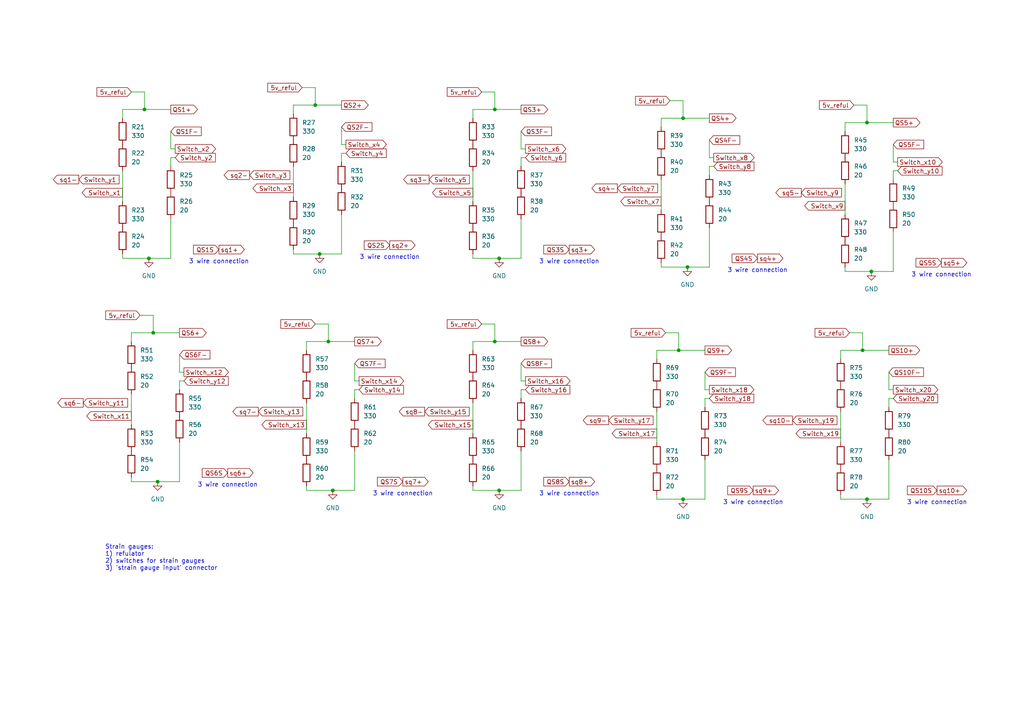
<source format=kicad_sch>
(kicad_sch (version 20231120) (generator "eeschema") (generator_version "8.0")
  (paper "A4")
  (lib_symbols
    (symbol "Device:R" (pin_numbers hide) (pin_names (offset 0))
      (property "Reference" "R" (at 2.032 0 90))
      (property "Value" "R" (at 0 0 90))
      (symbol "R_0_1"
        (rectangle (start -1.016 -2.54) (end 1.016 2.54) (stroke (width 0.254)))
      )
      (symbol "R_1_1"
        (pin passive line (at 0 3.81 270) (length 1.27) (name "~") (number "1"))
        (pin passive line (at 0 -3.81 90) (length 1.27) (name "~") (number "2"))
      )
    )
    (symbol "power:GND" (power) (pin_numbers hide) (pin_names (offset 0) hide)
      (property "Value" "GND" (at 0 -3.81 0))
      (symbol "GND_0_1"
        (polyline (pts (xy 0 0) (xy 0 -1.27) (xy 1.27 -1.27) (xy 0 -2.54) (xy -1.27 -1.27) (xy 0 -1.27)))
      )
      (symbol "GND_1_1"
        (pin power_in line (at 0 0 270) (length 0) (name "~") (number "1"))
      )
    )
  )
  (junction (at 144.78 74.93))
  (junction (at 251.46 144.78))
  (junction (at 143.51 31.75))
  (junction (at 196.85 101.6))
  (junction (at 92.71 73.66))
  (junction (at 43.18 74.93))
  (junction (at 143.51 99.06))
  (junction (at 250.19 101.6))
  (junction (at 41.91 31.75))
  (junction (at 199.39 77.47))
  (junction (at 95.25 99.06))
  (junction (at 144.78 142.24))
  (junction (at 91.44 30.48))
  (junction (at 96.52 142.24))
  (junction (at 44.45 96.52))
  (junction (at 198.12 144.78))
  (junction (at 251.46 35.56))
  (junction (at 252.73 78.74))
  (junction (at 198.12 34.29))
  (junction (at 45.72 139.7))
  (wire (pts (xy 95.25 93.98) (xy 95.25 99.06)))
  (wire (pts (xy 204.47 115.57) (xy 204.47 118.11)))
  (wire (pts (xy 52.07 128.27) (xy 52.07 139.7)))
  (wire (pts (xy 96.52 142.24) (xy 102.87 142.24)))
  (wire (pts (xy 45.72 139.7) (xy 52.07 139.7)))
  (wire (pts (xy 198.12 34.29) (xy 205.74 34.29)))
  (wire (pts (xy 85.09 30.48) (xy 91.44 30.48)))
  (wire (pts (xy 198.12 144.78) (xy 190.5 144.78)))
  (wire (pts (xy 91.44 30.48) (xy 99.06 30.48)))
  (wire (pts (xy 151.13 45.72) (xy 152.4 45.72)))
  (wire (pts (xy 35.56 34.29) (xy 35.56 31.75)))
  (wire (pts (xy 257.81 133.35) (xy 257.81 144.78)))
  (wire (pts (xy 151.13 113.03) (xy 151.13 115.57)))
  (wire (pts (xy 245.11 78.74) (xy 245.11 77.47)))
  (wire (pts (xy 41.91 31.75) (xy 49.53 31.75)))
  (wire (pts (xy 43.18 74.93) (xy 49.53 74.93)))
  (wire (pts (xy 191.77 77.47) (xy 191.77 76.2)))
  (wire (pts (xy 151.13 113.03) (xy 152.4 113.03)))
  (wire (pts (xy 251.46 30.48) (xy 251.46 35.56)))
  (wire (pts (xy 95.25 99.06) (xy 102.87 99.06)))
  (wire (pts (xy 137.16 142.24) (xy 137.16 140.97)))
  (wire (pts (xy 190.5 119.38) (xy 190.5 128.27)))
  (wire (pts (xy 245.11 35.56) (xy 251.46 35.56)))
  (wire (pts (xy 259.08 49.53) (xy 259.08 52.07)))
  (wire (pts (xy 35.56 31.75) (xy 41.91 31.75)))
  (wire (pts (xy 38.1 114.3) (xy 38.1 123.19)))
  (wire (pts (xy 198.12 29.21) (xy 198.12 34.29)))
  (wire (pts (xy 96.52 142.24) (xy 88.9 142.24)))
  (wire (pts (xy 143.51 93.98) (xy 143.51 99.06)))
  (wire (pts (xy 243.84 144.78) (xy 243.84 143.51)))
  (wire (pts (xy 41.91 26.67) (xy 41.91 31.75)))
  (wire (pts (xy 245.11 53.34) (xy 245.11 62.23)))
  (wire (pts (xy 196.85 101.6) (xy 204.47 101.6)))
  (wire (pts (xy 193.04 96.52) (xy 196.85 96.52)))
  (wire (pts (xy 243.84 119.38) (xy 243.84 128.27)))
  (wire (pts (xy 49.53 43.18) (xy 50.8 43.18)))
  (wire (pts (xy 191.77 36.83) (xy 191.77 34.29)))
  (wire (pts (xy 205.74 45.72) (xy 207.01 45.72)))
  (wire (pts (xy 35.56 49.53) (xy 35.56 58.42)))
  (wire (pts (xy 139.7 26.67) (xy 143.51 26.67)))
  (wire (pts (xy 49.53 45.72) (xy 50.8 45.72)))
  (wire (pts (xy 49.53 38.1) (xy 49.53 43.18)))
  (wire (pts (xy 144.78 142.24) (xy 137.16 142.24)))
  (wire (pts (xy 204.47 113.03) (xy 205.74 113.03)))
  (wire (pts (xy 190.5 104.14) (xy 190.5 101.6)))
  (wire (pts (xy 151.13 63.5) (xy 151.13 74.93)))
  (wire (pts (xy 144.78 74.93) (xy 137.16 74.93)))
  (wire (pts (xy 204.47 107.95) (xy 204.47 113.03)))
  (wire (pts (xy 257.81 115.57) (xy 259.08 115.57)))
  (wire (pts (xy 151.13 105.41) (xy 151.13 110.49)))
  (wire (pts (xy 44.45 91.44) (xy 44.45 96.52)))
  (wire (pts (xy 251.46 144.78) (xy 243.84 144.78)))
  (wire (pts (xy 151.13 110.49) (xy 152.4 110.49)))
  (wire (pts (xy 49.53 63.5) (xy 49.53 74.93)))
  (wire (pts (xy 52.07 110.49) (xy 53.34 110.49)))
  (wire (pts (xy 45.72 139.7) (xy 38.1 139.7)))
  (wire (pts (xy 251.46 144.78) (xy 257.81 144.78)))
  (wire (pts (xy 259.08 67.31) (xy 259.08 78.74)))
  (wire (pts (xy 137.16 116.84) (xy 137.16 125.73)))
  (wire (pts (xy 99.06 62.23) (xy 99.06 73.66)))
  (wire (pts (xy 205.74 40.64) (xy 205.74 45.72)))
  (wire (pts (xy 52.07 107.95) (xy 53.34 107.95)))
  (wire (pts (xy 91.44 25.4) (xy 91.44 30.48)))
  (wire (pts (xy 151.13 45.72) (xy 151.13 48.26)))
  (wire (pts (xy 205.74 48.26) (xy 207.01 48.26)))
  (wire (pts (xy 87.63 25.4) (xy 91.44 25.4)))
  (wire (pts (xy 99.06 44.45) (xy 99.06 46.99)))
  (wire (pts (xy 137.16 74.93) (xy 137.16 73.66)))
  (wire (pts (xy 204.47 133.35) (xy 204.47 144.78)))
  (wire (pts (xy 85.09 33.02) (xy 85.09 30.48)))
  (wire (pts (xy 88.9 142.24) (xy 88.9 140.97)))
  (wire (pts (xy 143.51 31.75) (xy 151.13 31.75)))
  (wire (pts (xy 102.87 113.03) (xy 102.87 115.57)))
  (wire (pts (xy 99.06 41.91) (xy 100.33 41.91)))
  (wire (pts (xy 198.12 144.78) (xy 204.47 144.78)))
  (wire (pts (xy 92.71 73.66) (xy 99.06 73.66)))
  (wire (pts (xy 151.13 43.18) (xy 152.4 43.18)))
  (wire (pts (xy 49.53 45.72) (xy 49.53 48.26)))
  (wire (pts (xy 199.39 77.47) (xy 191.77 77.47)))
  (wire (pts (xy 257.81 107.95) (xy 257.81 113.03)))
  (wire (pts (xy 102.87 110.49) (xy 104.14 110.49)))
  (wire (pts (xy 252.73 78.74) (xy 259.08 78.74)))
  (wire (pts (xy 44.45 96.52) (xy 52.07 96.52)))
  (wire (pts (xy 144.78 74.93) (xy 151.13 74.93)))
  (wire (pts (xy 257.81 113.03) (xy 259.08 113.03)))
  (wire (pts (xy 99.06 44.45) (xy 100.33 44.45)))
  (wire (pts (xy 52.07 110.49) (xy 52.07 113.03)))
  (wire (pts (xy 243.84 101.6) (xy 250.19 101.6)))
  (wire (pts (xy 91.44 93.98) (xy 95.25 93.98)))
  (wire (pts (xy 205.74 66.04) (xy 205.74 77.47)))
  (wire (pts (xy 85.09 48.26) (xy 85.09 57.15)))
  (wire (pts (xy 190.5 101.6) (xy 196.85 101.6)))
  (wire (pts (xy 243.84 104.14) (xy 243.84 101.6)))
  (wire (pts (xy 151.13 130.81) (xy 151.13 142.24)))
  (wire (pts (xy 247.65 30.48) (xy 251.46 30.48)))
  (wire (pts (xy 257.81 115.57) (xy 257.81 118.11)))
  (wire (pts (xy 151.13 38.1) (xy 151.13 43.18)))
  (wire (pts (xy 52.07 102.87) (xy 52.07 107.95)))
  (wire (pts (xy 252.73 78.74) (xy 245.11 78.74)))
  (wire (pts (xy 38.1 139.7) (xy 38.1 138.43)))
  (wire (pts (xy 143.51 26.67) (xy 143.51 31.75)))
  (wire (pts (xy 88.9 116.84) (xy 88.9 125.73)))
  (wire (pts (xy 199.39 77.47) (xy 205.74 77.47)))
  (wire (pts (xy 204.47 115.57) (xy 205.74 115.57)))
  (wire (pts (xy 102.87 130.81) (xy 102.87 142.24)))
  (wire (pts (xy 205.74 48.26) (xy 205.74 50.8)))
  (wire (pts (xy 194.31 29.21) (xy 198.12 29.21)))
  (wire (pts (xy 250.19 101.6) (xy 257.81 101.6)))
  (wire (pts (xy 35.56 74.93) (xy 35.56 73.66)))
  (wire (pts (xy 251.46 35.56) (xy 259.08 35.56)))
  (wire (pts (xy 137.16 31.75) (xy 143.51 31.75)))
  (wire (pts (xy 190.5 144.78) (xy 190.5 143.51)))
  (wire (pts (xy 143.51 99.06) (xy 151.13 99.06)))
  (wire (pts (xy 259.08 49.53) (xy 260.35 49.53)))
  (wire (pts (xy 43.18 74.93) (xy 35.56 74.93)))
  (wire (pts (xy 137.16 99.06) (xy 143.51 99.06)))
  (wire (pts (xy 92.71 73.66) (xy 85.09 73.66)))
  (wire (pts (xy 196.85 96.52) (xy 196.85 101.6)))
  (wire (pts (xy 139.7 93.98) (xy 143.51 93.98)))
  (wire (pts (xy 38.1 96.52) (xy 44.45 96.52)))
  (wire (pts (xy 191.77 52.07) (xy 191.77 60.96)))
  (wire (pts (xy 259.08 46.99) (xy 260.35 46.99)))
  (wire (pts (xy 246.38 96.52) (xy 250.19 96.52)))
  (wire (pts (xy 38.1 99.06) (xy 38.1 96.52)))
  (wire (pts (xy 102.87 113.03) (xy 104.14 113.03)))
  (wire (pts (xy 137.16 49.53) (xy 137.16 58.42)))
  (wire (pts (xy 38.1 26.67) (xy 41.91 26.67)))
  (wire (pts (xy 85.09 73.66) (xy 85.09 72.39)))
  (wire (pts (xy 88.9 99.06) (xy 95.25 99.06)))
  (wire (pts (xy 259.08 41.91) (xy 259.08 46.99)))
  (wire (pts (xy 250.19 96.52) (xy 250.19 101.6)))
  (wire (pts (xy 88.9 101.6) (xy 88.9 99.06)))
  (wire (pts (xy 137.16 34.29) (xy 137.16 31.75)))
  (wire (pts (xy 99.06 36.83) (xy 99.06 41.91)))
  (wire (pts (xy 144.78 142.24) (xy 151.13 142.24)))
  (wire (pts (xy 137.16 101.6) (xy 137.16 99.06)))
  (wire (pts (xy 245.11 38.1) (xy 245.11 35.56)))
  (wire (pts (xy 102.87 105.41) (xy 102.87 110.49)))
  (wire (pts (xy 191.77 34.29) (xy 198.12 34.29)))
  (wire (pts (xy 40.64 91.44) (xy 44.45 91.44)))
  (text "3 wire connection" (at 271.78 145.796 0) (effects (font (size 1.27 1.27))))
  (text "3 wire connection" (at 273.05 79.756 0) (effects (font (size 1.27 1.27))))
  (text "3 wire connection" (at 218.44 145.796 0) (effects (font (size 1.27 1.27))))
  (text "3 wire connection" (at 66.04 140.716 0) (effects (font (size 1.27 1.27))))
  (text "3 wire connection" (at 165.1 143.256 0) (effects (font (size 1.27 1.27))))
  (text "3 wire connection" (at 219.71 78.486 0) (effects (font (size 1.27 1.27))))
  (text "3 wire connection" (at 113.03 74.676 0) (effects (font (size 1.27 1.27))))
  (text "3 wire connection" (at 165.1 75.946 0) (effects (font (size 1.27 1.27))))
  (text "Strain gauges:\n1) refulator\n2) switches for strain gauges\n3) 'strain gauge input' connector" (at 30.48 161.798 0) (effects (font (size 1.27 1.27)) (justify left)))
  (text "3 wire connection" (at 63.5 75.946 0) (effects (font (size 1.27 1.27))))
  (text "3 wire connection" (at 116.84 143.256 0) (effects (font (size 1.27 1.27))))
  (global_label "sq1+" (shape output) (at 63.5 72.39 0) (property "Intersheetrefs" "${INTERSHEET_REFS}" (effects (hide yes))))
  (global_label "Switch_y16" (shape input) (at 152.4 113.03 0) (property "Intersheetrefs" "${INTERSHEET_REFS}" (effects (hide yes))))
  (global_label "sq8-" (shape output) (at 123.19 119.38 180) (property "Intersheetrefs" "${INTERSHEET_REFS}" (effects (hide yes))))
  (global_label "5v_reful" (shape input) (at 139.7 93.98 180) (property "Intersheetrefs" "${INTERSHEET_REFS}" (effects (hide yes))))
  (global_label "Switch_y13" (shape input) (at 74.93 119.38 0) (property "Intersheetrefs" "${INTERSHEET_REFS}" (effects (hide yes))))
  (global_label "Switch_y20" (shape input) (at 259.08 115.57 0) (property "Intersheetrefs" "${INTERSHEET_REFS}" (effects (hide yes))))
  (global_label "sq5+" (shape output) (at 273.05 76.2 0) (property "Intersheetrefs" "${INTERSHEET_REFS}" (effects (hide yes))))
  (global_label "QS5S" (shape input) (at 273.05 76.2 180) (property "Intersheetrefs" "${INTERSHEET_REFS}" (effects (hide yes))))
  (global_label "5v_reful" (shape input) (at 246.38 96.52 180) (property "Intersheetrefs" "${INTERSHEET_REFS}" (effects (hide yes))))
  (global_label "Switch_x6" (shape output) (at 152.4 43.18 0) (property "Intersheetrefs" "${INTERSHEET_REFS}" (effects (hide yes))))
  (global_label "QS8S" (shape input) (at 165.1 139.7 180) (property "Intersheetrefs" "${INTERSHEET_REFS}" (effects (hide yes))))
  (global_label "Switch_x12" (shape output) (at 53.34 107.95 0) (property "Intersheetrefs" "${INTERSHEET_REFS}" (effects (hide yes))))
  (global_label "5v_reful" (shape input) (at 40.64 91.44 180) (property "Intersheetrefs" "${INTERSHEET_REFS}" (effects (hide yes))))
  (global_label "Switch_x20" (shape output) (at 259.08 113.03 0) (property "Intersheetrefs" "${INTERSHEET_REFS}" (effects (hide yes))))
  (global_label "QS4F-" (shape input) (at 205.74 40.64 0) (property "Intersheetrefs" "${INTERSHEET_REFS}" (effects (hide yes))))
  (global_label "Switch_x5" (shape output) (at 137.16 55.88 180) (property "Intersheetrefs" "${INTERSHEET_REFS}" (effects (hide yes))))
  (global_label "sq3-" (shape output) (at 124.46 52.07 180) (property "Intersheetrefs" "${INTERSHEET_REFS}" (effects (hide yes))))
  (global_label "5v_reful" (shape input) (at 247.65 30.48 180) (property "Intersheetrefs" "${INTERSHEET_REFS}" (effects (hide yes))))
  (global_label "Switch_x9" (shape output) (at 245.11 59.69 180) (property "Intersheetrefs" "${INTERSHEET_REFS}" (effects (hide yes))))
  (global_label "Switch_y9" (shape input) (at 232.41 55.88 0) (property "Intersheetrefs" "${INTERSHEET_REFS}" (effects (hide yes))))
  (global_label "QS6S" (shape input) (at 66.04 137.16 180) (property "Intersheetrefs" "${INTERSHEET_REFS}" (effects (hide yes))))
  (global_label "Switch_x2" (shape output) (at 50.8 43.18 0) (property "Intersheetrefs" "${INTERSHEET_REFS}" (effects (hide yes))))
  (global_label "QS9F-" (shape input) (at 204.47 107.95 0) (property "Intersheetrefs" "${INTERSHEET_REFS}" (effects (hide yes))))
  (global_label "Switch_x15" (shape output) (at 137.16 123.19 180) (property "Intersheetrefs" "${INTERSHEET_REFS}" (effects (hide yes))))
  (global_label "Switch_y1" (shape input) (at 22.86 52.07 0) (property "Intersheetrefs" "${INTERSHEET_REFS}" (effects (hide yes))))
  (global_label "Switch_x10" (shape output) (at 260.35 46.99 0) (property "Intersheetrefs" "${INTERSHEET_REFS}" (effects (hide yes))))
  (global_label "Switch_x13" (shape output) (at 88.9 123.19 180) (property "Intersheetrefs" "${INTERSHEET_REFS}" (effects (hide yes))))
  (global_label "Switch_y10" (shape input) (at 260.35 49.53 0) (property "Intersheetrefs" "${INTERSHEET_REFS}" (effects (hide yes))))
  (global_label "Switch_y3" (shape input) (at 72.39 50.8 0) (property "Intersheetrefs" "${INTERSHEET_REFS}" (effects (hide yes))))
  (global_label "QS10+" (shape output) (at 257.81 101.6 0) (property "Intersheetrefs" "${INTERSHEET_REFS}" (effects (hide yes))))
  (global_label "Switch_y5" (shape input) (at 124.46 52.07 0) (property "Intersheetrefs" "${INTERSHEET_REFS}" (effects (hide yes))))
  (global_label "Switch_x7" (shape output) (at 191.77 58.42 180) (property "Intersheetrefs" "${INTERSHEET_REFS}" (effects (hide yes))))
  (global_label "QS10F-" (shape input) (at 257.81 107.95 0) (property "Intersheetrefs" "${INTERSHEET_REFS}" (effects (hide yes))))
  (global_label "5v_reful" (shape input) (at 38.1 26.67 180) (property "Intersheetrefs" "${INTERSHEET_REFS}" (effects (hide yes))))
  (global_label "5v_reful" (shape input) (at 91.44 93.98 180) (property "Intersheetrefs" "${INTERSHEET_REFS}" (effects (hide yes))))
  (global_label "Switch_x8" (shape output) (at 207.01 45.72 0) (property "Intersheetrefs" "${INTERSHEET_REFS}" (effects (hide yes))))
  (global_label "5v_reful" (shape input) (at 193.04 96.52 180) (property "Intersheetrefs" "${INTERSHEET_REFS}" (effects (hide yes))))
  (global_label "Switch_y18" (shape input) (at 205.74 115.57 0) (property "Intersheetrefs" "${INTERSHEET_REFS}" (effects (hide yes))))
  (global_label "QS3F-" (shape input) (at 151.13 38.1 0) (property "Intersheetrefs" "${INTERSHEET_REFS}" (effects (hide yes))))
  (global_label "Switch_y4" (shape input) (at 100.33 44.45 0) (property "Intersheetrefs" "${INTERSHEET_REFS}" (effects (hide yes))))
  (global_label "Switch_x14" (shape output) (at 104.14 110.49 0) (property "Intersheetrefs" "${INTERSHEET_REFS}" (effects (hide yes))))
  (global_label "Switch_x18" (shape output) (at 205.74 113.03 0) (property "Intersheetrefs" "${INTERSHEET_REFS}" (effects (hide yes))))
  (global_label "QS2S" (shape input) (at 113.03 71.12 180) (property "Intersheetrefs" "${INTERSHEET_REFS}" (effects (hide yes))))
  (global_label "QS8F-" (shape input) (at 151.13 105.41 0) (property "Intersheetrefs" "${INTERSHEET_REFS}" (effects (hide yes))))
  (global_label "QS2F-" (shape input) (at 99.06 36.83 0) (property "Intersheetrefs" "${INTERSHEET_REFS}" (effects (hide yes))))
  (global_label "Switch_y15" (shape input) (at 123.19 119.38 0) (property "Intersheetrefs" "${INTERSHEET_REFS}" (effects (hide yes))))
  (global_label "5v_reful" (shape input) (at 194.31 29.21 180) (property "Intersheetrefs" "${INTERSHEET_REFS}" (effects (hide yes))))
  (global_label "QS3+" (shape output) (at 151.13 31.75 0) (property "Intersheetrefs" "${INTERSHEET_REFS}" (effects (hide yes))))
  (global_label "5v_reful" (shape input) (at 139.7 26.67 180) (property "Intersheetrefs" "${INTERSHEET_REFS}" (effects (hide yes))))
  (global_label "sq6+" (shape output) (at 66.04 137.16 0) (property "Intersheetrefs" "${INTERSHEET_REFS}" (effects (hide yes))))
  (global_label "Switch_x19" (shape output) (at 243.84 125.73 180) (property "Intersheetrefs" "${INTERSHEET_REFS}" (effects (hide yes))))
  (global_label "QS8+" (shape output) (at 151.13 99.06 0) (property "Intersheetrefs" "${INTERSHEET_REFS}" (effects (hide yes))))
  (global_label "sq7+" (shape output) (at 116.84 139.7 0) (property "Intersheetrefs" "${INTERSHEET_REFS}" (effects (hide yes))))
  (global_label "Switch_x11" (shape output) (at 38.1 120.65 180) (property "Intersheetrefs" "${INTERSHEET_REFS}" (effects (hide yes))))
  (global_label "sq9-" (shape output) (at 176.53 121.92 180) (property "Intersheetrefs" "${INTERSHEET_REFS}" (effects (hide yes))))
  (global_label "sq4-" (shape output) (at 179.07 54.61 180) (property "Intersheetrefs" "${INTERSHEET_REFS}" (effects (hide yes))))
  (global_label "QS1+" (shape output) (at 49.53 31.75 0) (property "Intersheetrefs" "${INTERSHEET_REFS}" (effects (hide yes))))
  (global_label "QS10S" (shape input) (at 271.78 142.24 180) (property "Intersheetrefs" "${INTERSHEET_REFS}" (effects (hide yes))))
  (global_label "Switch_y19" (shape input) (at 229.87 121.92 0) (property "Intersheetrefs" "${INTERSHEET_REFS}" (effects (hide yes))))
  (global_label "sq2-" (shape output) (at 72.39 50.8 180) (property "Intersheetrefs" "${INTERSHEET_REFS}" (effects (hide yes))))
  (global_label "5v_reful" (shape input) (at 87.63 25.4 180) (property "Intersheetrefs" "${INTERSHEET_REFS}" (effects (hide yes))))
  (global_label "Switch_x16" (shape output) (at 152.4 110.49 0) (property "Intersheetrefs" "${INTERSHEET_REFS}" (effects (hide yes))))
  (global_label "QS5+" (shape output) (at 259.08 35.56 0) (property "Intersheetrefs" "${INTERSHEET_REFS}" (effects (hide yes))))
  (global_label "Switch_y14" (shape input) (at 104.14 113.03 0) (property "Intersheetrefs" "${INTERSHEET_REFS}" (effects (hide yes))))
  (global_label "sq2+" (shape output) (at 113.03 71.12 0) (property "Intersheetrefs" "${INTERSHEET_REFS}" (effects (hide yes))))
  (global_label "QS4+" (shape output) (at 205.74 34.29 0) (property "Intersheetrefs" "${INTERSHEET_REFS}" (effects (hide yes))))
  (global_label "sq8+" (shape output) (at 165.1 139.7 0) (property "Intersheetrefs" "${INTERSHEET_REFS}" (effects (hide yes))))
  (global_label "sq3+" (shape output) (at 165.1 72.39 0) (property "Intersheetrefs" "${INTERSHEET_REFS}" (effects (hide yes))))
  (global_label "QS5F-" (shape input) (at 259.08 41.91 0) (property "Intersheetrefs" "${INTERSHEET_REFS}" (effects (hide yes))))
  (global_label "QS9S" (shape input) (at 218.44 142.24 180) (property "Intersheetrefs" "${INTERSHEET_REFS}" (effects (hide yes))))
  (global_label "QS1F-" (shape input) (at 49.53 38.1 0) (property "Intersheetrefs" "${INTERSHEET_REFS}" (effects (hide yes))))
  (global_label "QS7+" (shape output) (at 102.87 99.06 0) (property "Intersheetrefs" "${INTERSHEET_REFS}" (effects (hide yes))))
  (global_label "Switch_y11" (shape input) (at 24.13 116.84 0) (property "Intersheetrefs" "${INTERSHEET_REFS}" (effects (hide yes))))
  (global_label "QS9+" (shape output) (at 204.47 101.6 0) (property "Intersheetrefs" "${INTERSHEET_REFS}" (effects (hide yes))))
  (global_label "sq4+" (shape output) (at 219.71 74.93 0) (property "Intersheetrefs" "${INTERSHEET_REFS}" (effects (hide yes))))
  (global_label "Switch_y17" (shape input) (at 176.53 121.92 0) (property "Intersheetrefs" "${INTERSHEET_REFS}" (effects (hide yes))))
  (global_label "Switch_y7" (shape input) (at 179.07 54.61 0) (property "Intersheetrefs" "${INTERSHEET_REFS}" (effects (hide yes))))
  (global_label "QS1S" (shape input) (at 63.5 72.39 180) (property "Intersheetrefs" "${INTERSHEET_REFS}" (effects (hide yes))))
  (global_label "Switch_y2" (shape input) (at 50.8 45.72 0) (property "Intersheetrefs" "${INTERSHEET_REFS}" (effects (hide yes))))
  (global_label "QS6F-" (shape input) (at 52.07 102.87 0) (property "Intersheetrefs" "${INTERSHEET_REFS}" (effects (hide yes))))
  (global_label "sq7-" (shape output) (at 74.93 119.38 180) (property "Intersheetrefs" "${INTERSHEET_REFS}" (effects (hide yes))))
  (global_label "sq10-" (shape output) (at 229.87 121.92 180) (property "Intersheetrefs" "${INTERSHEET_REFS}" (effects (hide yes))))
  (global_label "QS2+" (shape output) (at 99.06 30.48 0) (property "Intersheetrefs" "${INTERSHEET_REFS}" (effects (hide yes))))
  (global_label "Switch_x3" (shape output) (at 85.09 54.61 180) (property "Intersheetrefs" "${INTERSHEET_REFS}" (effects (hide yes))))
  (global_label "QS3S" (shape input) (at 165.1 72.39 180) (property "Intersheetrefs" "${INTERSHEET_REFS}" (effects (hide yes))))
  (global_label "Switch_y6" (shape input) (at 152.4 45.72 0) (property "Intersheetrefs" "${INTERSHEET_REFS}" (effects (hide yes))))
  (global_label "sq5-" (shape output) (at 232.41 55.88 180) (property "Intersheetrefs" "${INTERSHEET_REFS}" (effects (hide yes))))
  (global_label "QS4S" (shape input) (at 219.71 74.93 180) (property "Intersheetrefs" "${INTERSHEET_REFS}" (effects (hide yes))))
  (global_label "sq6-" (shape output) (at 24.13 116.84 180) (property "Intersheetrefs" "${INTERSHEET_REFS}" (effects (hide yes))))
  (global_label "QS6+" (shape output) (at 52.07 96.52 0) (property "Intersheetrefs" "${INTERSHEET_REFS}" (effects (hide yes))))
  (global_label "sq10+" (shape output) (at 271.78 142.24 0) (property "Intersheetrefs" "${INTERSHEET_REFS}" (effects (hide yes))))
  (global_label "Switch_x1" (shape output) (at 35.56 55.88 180) (property "Intersheetrefs" "${INTERSHEET_REFS}" (effects (hide yes))))
  (global_label "QS7S" (shape input) (at 116.84 139.7 180) (property "Intersheetrefs" "${INTERSHEET_REFS}" (effects (hide yes))))
  (global_label "Switch_x17" (shape output) (at 190.5 125.73 180) (property "Intersheetrefs" "${INTERSHEET_REFS}" (effects (hide yes))))
  (global_label "sq9+" (shape output) (at 218.44 142.24 0) (property "Intersheetrefs" "${INTERSHEET_REFS}" (effects (hide yes))))
  (global_label "QS7F-" (shape input) (at 102.87 105.41 0) (property "Intersheetrefs" "${INTERSHEET_REFS}" (effects (hide yes))))
  (global_label "sq1-" (shape output) (at 22.86 52.07 180) (property "Intersheetrefs" "${INTERSHEET_REFS}" (effects (hide yes))))
  (global_label "Switch_x4" (shape output) (at 100.33 41.91 0) (property "Intersheetrefs" "${INTERSHEET_REFS}" (effects (hide yes))))
  (global_label "Switch_y12" (shape input) (at 53.34 110.49 0) (property "Intersheetrefs" "${INTERSHEET_REFS}" (effects (hide yes))))
  (global_label "Switch_y8" (shape input) (at 207.01 48.26 0) (property "Intersheetrefs" "${INTERSHEET_REFS}" (effects (hide yes))))
  (symbol (lib_id "Device:R") (at 151.13 52.07 0) (unit 1)
    (property "Reference" "R37" (at 153.67 50.7999 0) (effects (justify left)))
    (property "Value" "330" (at 153.67 53.3399 0) (effects (justify left)))
    (property "Description" "Resistor" (effects (hide yes)))
  )
  (symbol (lib_id "Device:R") (at 38.1 134.62 0) (unit 1)
    (property "Reference" "R54" (at 40.64 133.3499 0) (effects (justify left)))
    (property "Value" "20" (at 40.64 135.8899 0) (effects (justify left)))
    (property "Description" "Resistor" (effects (hide yes)))
  )
  (symbol (lib_id "Device:R") (at 245.11 66.04 0) (unit 1)
    (property "Reference" "R47" (at 247.65 64.7699 0) (effects (justify left)))
    (property "Value" "330" (at 247.65 67.3099 0) (effects (justify left)))
    (property "Description" "Resistor" (effects (hide yes)))
  )
  (symbol (lib_id "Device:R") (at 204.47 129.54 0) (unit 1)
    (property "Reference" "R74" (at 207.01 128.2699 0) (effects (justify left)))
    (property "Value" "20" (at 207.01 130.8099 0) (effects (justify left)))
    (property "Description" "Resistor" (effects (hide yes)))
  )
  (symbol (lib_id "Device:R") (at 35.56 45.72 0) (unit 1)
    (property "Reference" "R22" (at 38.1 44.4499 0) (effects (justify left)))
    (property "Value" "20" (at 38.1 46.9899 0) (effects (justify left)))
    (property "Description" "Resistor" (effects (hide yes)))
  )
  (symbol (lib_id "Device:R") (at 49.53 59.69 0) (unit 1)
    (property "Reference" "R26" (at 52.07 58.4199 0) (effects (justify left)))
    (property "Value" "20" (at 52.07 60.9599 0) (effects (justify left)))
    (property "Description" "Resistor" (effects (hide yes)))
  )
  (symbol (lib_id "Device:R") (at 88.9 129.54 0) (unit 1)
    (property "Reference" "R59" (at 91.44 128.2699 0) (effects (justify left)))
    (property "Value" "330" (at 91.44 130.8099 0) (effects (justify left)))
    (property "Description" "Resistor" (effects (hide yes)))
  )
  (symbol (lib_id "Device:R") (at 35.56 38.1 0) (unit 1)
    (property "Reference" "R21" (at 38.1 36.8299 0) (effects (justify left)))
    (property "Value" "330" (at 38.1 39.3699 0) (effects (justify left)))
    (property "Description" "Resistor" (effects (hide yes)))
  )
  (symbol (lib_id "power:GND") (at 251.46 144.78 0) (unit 1)
    (property "Reference" "#PWR049" (effects (hide yes)))
    (property "Value" "GND" (at 251.46 149.86 0))
    (property "Description" "Power symbol creates a global label with name \"GND\" , ground" (effects (hide yes)))
  )
  (symbol (lib_id "Device:R") (at 137.16 62.23 0) (unit 1)
    (property "Reference" "R35" (at 139.7 60.9599 0) (effects (justify left)))
    (property "Value" "330" (at 139.7 63.4999 0) (effects (justify left)))
    (property "Description" "Resistor" (effects (hide yes)))
  )
  (symbol (lib_id "Device:R") (at 245.11 73.66 0) (unit 1)
    (property "Reference" "R48" (at 247.65 72.3899 0) (effects (justify left)))
    (property "Value" "20" (at 247.65 74.9299 0) (effects (justify left)))
    (property "Description" "Resistor" (effects (hide yes)))
  )
  (symbol (lib_id "Device:R") (at 257.81 129.54 0) (unit 1)
    (property "Reference" "R80" (at 260.35 128.2699 0) (effects (justify left)))
    (property "Value" "20" (at 260.35 130.8099 0) (effects (justify left)))
    (property "Description" "Resistor" (effects (hide yes)))
  )
  (symbol (lib_id "Device:R") (at 191.77 72.39 0) (unit 1)
    (property "Reference" "R42" (at 194.31 71.1199 0) (effects (justify left)))
    (property "Value" "20" (at 194.31 73.6599 0) (effects (justify left)))
    (property "Description" "Resistor" (effects (hide yes)))
  )
  (symbol (lib_id "power:GND") (at 96.52 142.24 0) (unit 1)
    (property "Reference" "#PWR046" (effects (hide yes)))
    (property "Value" "GND" (at 96.52 147.32 0))
    (property "Description" "Power symbol creates a global label with name \"GND\" , ground" (effects (hide yes)))
  )
  (symbol (lib_id "Device:R") (at 245.11 49.53 0) (unit 1)
    (property "Reference" "R46" (at 247.65 48.2599 0) (effects (justify left)))
    (property "Value" "20" (at 247.65 50.7999 0) (effects (justify left)))
    (property "Description" "Resistor" (effects (hide yes)))
  )
  (symbol (lib_id "power:GND") (at 43.18 74.93 0) (unit 1)
    (property "Reference" "#PWR040" (effects (hide yes)))
    (property "Value" "GND" (at 43.18 80.01 0))
    (property "Description" "Power symbol creates a global label with name \"GND\" , ground" (effects (hide yes)))
  )
  (symbol (lib_id "Device:R") (at 52.07 124.46 0) (unit 1)
    (property "Reference" "R56" (at 54.61 123.1899 0) (effects (justify left)))
    (property "Value" "20" (at 54.61 125.7299 0) (effects (justify left)))
    (property "Description" "Resistor" (effects (hide yes)))
  )
  (symbol (lib_id "Device:R") (at 88.9 105.41 0) (unit 1)
    (property "Reference" "R57" (at 91.44 104.1399 0) (effects (justify left)))
    (property "Value" "330" (at 91.44 106.6799 0) (effects (justify left)))
    (property "Description" "Resistor" (effects (hide yes)))
  )
  (symbol (lib_id "Device:R") (at 85.09 44.45 0) (unit 1)
    (property "Reference" "R28" (at 87.63 43.1799 0) (effects (justify left)))
    (property "Value" "20" (at 87.63 45.7199 0) (effects (justify left)))
    (property "Description" "Resistor" (effects (hide yes)))
  )
  (symbol (lib_id "Device:R") (at 191.77 40.64 0) (unit 1)
    (property "Reference" "R39" (at 194.31 39.3699 0) (effects (justify left)))
    (property "Value" "330" (at 194.31 41.9099 0) (effects (justify left)))
    (property "Description" "Resistor" (effects (hide yes)))
  )
  (symbol (lib_id "Device:R") (at 151.13 127 0) (unit 1)
    (property "Reference" "R68" (at 153.67 125.7299 0) (effects (justify left)))
    (property "Value" "20" (at 153.67 128.2699 0) (effects (justify left)))
    (property "Description" "Resistor" (effects (hide yes)))
  )
  (symbol (lib_id "Device:R") (at 190.5 107.95 0) (unit 1)
    (property "Reference" "R69" (at 193.04 106.6799 0) (effects (justify left)))
    (property "Value" "330" (at 193.04 109.2199 0) (effects (justify left)))
    (property "Description" "Resistor" (effects (hide yes)))
  )
  (symbol (lib_id "power:GND") (at 92.71 73.66 0) (unit 1)
    (property "Reference" "#PWR041" (effects (hide yes)))
    (property "Value" "GND" (at 92.71 78.74 0))
    (property "Description" "Power symbol creates a global label with name \"GND\" , ground" (effects (hide yes)))
  )
  (symbol (lib_id "power:GND") (at 199.39 77.47 0) (unit 1)
    (property "Reference" "#PWR043" (effects (hide yes)))
    (property "Value" "GND" (at 199.39 82.55 0))
    (property "Description" "Power symbol creates a global label with name \"GND\" , ground" (effects (hide yes)))
  )
  (symbol (lib_id "Device:R") (at 243.84 115.57 0) (unit 1)
    (property "Reference" "R76" (at 246.38 114.2999 0) (effects (justify left)))
    (property "Value" "20" (at 246.38 116.8399 0) (effects (justify left)))
    (property "Description" "Resistor" (effects (hide yes)))
  )
  (symbol (lib_id "Device:R") (at 137.16 69.85 0) (unit 1)
    (property "Reference" "R36" (at 139.7 68.5799 0) (effects (justify left)))
    (property "Value" "20" (at 139.7 71.1199 0) (effects (justify left)))
    (property "Description" "Resistor" (effects (hide yes)))
  )
  (symbol (lib_id "Device:R") (at 49.53 52.07 0) (unit 1)
    (property "Reference" "R25" (at 52.07 50.7999 0) (effects (justify left)))
    (property "Value" "330" (at 52.07 53.3399 0) (effects (justify left)))
    (property "Description" "Resistor" (effects (hide yes)))
  )
  (symbol (lib_id "Device:R") (at 137.16 113.03 0) (unit 1)
    (property "Reference" "R64" (at 139.7 111.7599 0) (effects (justify left)))
    (property "Value" "20" (at 139.7 114.2999 0) (effects (justify left)))
    (property "Description" "Resistor" (effects (hide yes)))
  )
  (symbol (lib_id "Device:R") (at 102.87 127 0) (unit 1)
    (property "Reference" "R62" (at 105.41 125.7299 0) (effects (justify left)))
    (property "Value" "20" (at 105.41 128.2699 0) (effects (justify left)))
    (property "Description" "Resistor" (effects (hide yes)))
  )
  (symbol (lib_id "Device:R") (at 204.47 121.92 0) (unit 1)
    (property "Reference" "R73" (at 207.01 120.6499 0) (effects (justify left)))
    (property "Value" "330" (at 207.01 123.1899 0) (effects (justify left)))
    (property "Description" "Resistor" (effects (hide yes)))
  )
  (symbol (lib_id "Device:R") (at 85.09 68.58 0) (unit 1)
    (property "Reference" "R30" (at 87.63 67.3099 0) (effects (justify left)))
    (property "Value" "20" (at 87.63 69.8499 0) (effects (justify left)))
    (property "Description" "Resistor" (effects (hide yes)))
  )
  (symbol (lib_id "Device:R") (at 35.56 62.23 0) (unit 1)
    (property "Reference" "R23" (at 38.1 60.9599 0) (effects (justify left)))
    (property "Value" "330" (at 38.1 63.4999 0) (effects (justify left)))
    (property "Description" "Resistor" (effects (hide yes)))
  )
  (symbol (lib_id "Device:R") (at 191.77 48.26 0) (unit 1)
    (property "Reference" "R40" (at 194.31 46.9899 0) (effects (justify left)))
    (property "Value" "20" (at 194.31 49.5299 0) (effects (justify left)))
    (property "Description" "Resistor" (effects (hide yes)))
  )
  (symbol (lib_id "Device:R") (at 137.16 45.72 0) (unit 1)
    (property "Reference" "R34" (at 139.7 44.4499 0) (effects (justify left)))
    (property "Value" "20" (at 139.7 46.9899 0) (effects (justify left)))
    (property "Description" "Resistor" (effects (hide yes)))
  )
  (symbol (lib_id "Device:R") (at 243.84 107.95 0) (unit 1)
    (property "Reference" "R75" (at 246.38 106.6799 0) (effects (justify left)))
    (property "Value" "330" (at 246.38 109.2199 0) (effects (justify left)))
    (property "Description" "Resistor" (effects (hide yes)))
  )
  (symbol (lib_id "power:GND") (at 198.12 144.78 0) (unit 1)
    (property "Reference" "#PWR048" (effects (hide yes)))
    (property "Value" "GND" (at 198.12 149.86 0))
    (property "Description" "Power symbol creates a global label with name \"GND\" , ground" (effects (hide yes)))
  )
  (symbol (lib_id "Device:R") (at 151.13 59.69 0) (unit 1)
    (property "Reference" "R38" (at 153.67 58.4199 0) (effects (justify left)))
    (property "Value" "20" (at 153.67 60.9599 0) (effects (justify left)))
    (property "Description" "Resistor" (effects (hide yes)))
  )
  (symbol (lib_id "Device:R") (at 137.16 137.16 0) (unit 1)
    (property "Reference" "R66" (at 139.7 135.8899 0) (effects (justify left)))
    (property "Value" "20" (at 139.7 138.4299 0) (effects (justify left)))
    (property "Description" "Resistor" (effects (hide yes)))
  )
  (symbol (lib_id "Device:R") (at 38.1 102.87 0) (unit 1)
    (property "Reference" "R51" (at 40.64 101.5999 0) (effects (justify left)))
    (property "Value" "330" (at 40.64 104.1399 0) (effects (justify left)))
    (property "Description" "Resistor" (effects (hide yes)))
  )
  (symbol (lib_id "Device:R") (at 243.84 132.08 0) (unit 1)
    (property "Reference" "R77" (at 246.38 130.8099 0) (effects (justify left)))
    (property "Value" "330" (at 246.38 133.3499 0) (effects (justify left)))
    (property "Description" "Resistor" (effects (hide yes)))
  )
  (symbol (lib_id "Device:R") (at 190.5 115.57 0) (unit 1)
    (property "Reference" "R70" (at 193.04 114.2999 0) (effects (justify left)))
    (property "Value" "20" (at 193.04 116.8399 0) (effects (justify left)))
    (property "Description" "Resistor" (effects (hide yes)))
  )
  (symbol (lib_id "power:GND") (at 45.72 139.7 0) (unit 1)
    (property "Reference" "#PWR045" (effects (hide yes)))
    (property "Value" "GND" (at 45.72 144.78 0))
    (property "Description" "Power symbol creates a global label with name \"GND\" , ground" (effects (hide yes)))
  )
  (symbol (lib_id "Device:R") (at 85.09 36.83 0) (unit 1)
    (property "Reference" "R27" (at 87.63 35.5599 0) (effects (justify left)))
    (property "Value" "330" (at 87.63 38.0999 0) (effects (justify left)))
    (property "Description" "Resistor" (effects (hide yes)))
  )
  (symbol (lib_id "Device:R") (at 245.11 41.91 0) (unit 1)
    (property "Reference" "R45" (at 247.65 40.6399 0) (effects (justify left)))
    (property "Value" "330" (at 247.65 43.1799 0) (effects (justify left)))
    (property "Description" "Resistor" (effects (hide yes)))
  )
  (symbol (lib_id "Device:R") (at 190.5 139.7 0) (unit 1)
    (property "Reference" "R72" (at 193.04 138.4299 0) (effects (justify left)))
    (property "Value" "20" (at 193.04 140.9699 0) (effects (justify left)))
    (property "Description" "Resistor" (effects (hide yes)))
  )
  (symbol (lib_id "Device:R") (at 190.5 132.08 0) (unit 1)
    (property "Reference" "R71" (at 193.04 130.8099 0) (effects (justify left)))
    (property "Value" "330" (at 193.04 133.3499 0) (effects (justify left)))
    (property "Description" "Resistor" (effects (hide yes)))
  )
  (symbol (lib_id "power:GND") (at 144.78 142.24 0) (unit 1)
    (property "Reference" "#PWR047" (effects (hide yes)))
    (property "Value" "GND" (at 144.78 147.32 0))
    (property "Description" "Power symbol creates a global label with name \"GND\" , ground" (effects (hide yes)))
  )
  (symbol (lib_id "Device:R") (at 137.16 38.1 0) (unit 1)
    (property "Reference" "R33" (at 139.7 36.8299 0) (effects (justify left)))
    (property "Value" "330" (at 139.7 39.3699 0) (effects (justify left)))
    (property "Description" "Resistor" (effects (hide yes)))
  )
  (symbol (lib_id "Device:R") (at 38.1 110.49 0) (unit 1)
    (property "Reference" "R52" (at 40.64 109.2199 0) (effects (justify left)))
    (property "Value" "20" (at 40.64 111.7599 0) (effects (justify left)))
    (property "Description" "Resistor" (effects (hide yes)))
  )
  (symbol (lib_id "Device:R") (at 191.77 64.77 0) (unit 1)
    (property "Reference" "R41" (at 194.31 63.4999 0) (effects (justify left)))
    (property "Value" "330" (at 194.31 66.0399 0) (effects (justify left)))
    (property "Description" "Resistor" (effects (hide yes)))
  )
  (symbol (lib_id "Device:R") (at 52.07 116.84 0) (unit 1)
    (property "Reference" "R55" (at 54.61 115.5699 0) (effects (justify left)))
    (property "Value" "330" (at 54.61 118.1099 0) (effects (justify left)))
    (property "Description" "Resistor" (effects (hide yes)))
  )
  (symbol (lib_id "Device:R") (at 137.16 105.41 0) (unit 1)
    (property "Reference" "R63" (at 139.7 104.1399 0) (effects (justify left)))
    (property "Value" "330" (at 139.7 106.6799 0) (effects (justify left)))
    (property "Description" "Resistor" (effects (hide yes)))
  )
  (symbol (lib_id "Device:R") (at 99.06 50.8 0) (unit 1)
    (property "Reference" "R31" (at 101.6 49.5299 0) (effects (justify left)))
    (property "Value" "330" (at 101.6 52.0699 0) (effects (justify left)))
    (property "Description" "Resistor" (effects (hide yes)))
  )
  (symbol (lib_id "power:GND") (at 252.73 78.74 0) (unit 1)
    (property "Reference" "#PWR044" (effects (hide yes)))
    (property "Value" "GND" (at 252.73 83.82 0))
    (property "Description" "Power symbol creates a global label with name \"GND\" , ground" (effects (hide yes)))
  )
  (symbol (lib_id "Device:R") (at 88.9 137.16 0) (unit 1)
    (property "Reference" "R60" (at 91.44 135.8899 0) (effects (justify left)))
    (property "Value" "20" (at 91.44 138.4299 0) (effects (justify left)))
    (property "Description" "Resistor" (effects (hide yes)))
  )
  (symbol (lib_id "Device:R") (at 259.08 63.5 0) (unit 1)
    (property "Reference" "R50" (at 261.62 62.2299 0) (effects (justify left)))
    (property "Value" "20" (at 261.62 64.7699 0) (effects (justify left)))
    (property "Description" "Resistor" (effects (hide yes)))
  )
  (symbol (lib_id "Device:R") (at 205.74 54.61 0) (unit 1)
    (property "Reference" "R43" (at 208.28 53.3399 0) (effects (justify left)))
    (property "Value" "330" (at 208.28 55.8799 0) (effects (justify left)))
    (property "Description" "Resistor" (effects (hide yes)))
  )
  (symbol (lib_id "Device:R") (at 205.74 62.23 0) (unit 1)
    (property "Reference" "R44" (at 208.28 60.9599 0) (effects (justify left)))
    (property "Value" "20" (at 208.28 63.4999 0) (effects (justify left)))
    (property "Description" "Resistor" (effects (hide yes)))
  )
  (symbol (lib_id "Device:R") (at 151.13 119.38 0) (unit 1)
    (property "Reference" "R67" (at 153.67 118.1099 0) (effects (justify left)))
    (property "Value" "330" (at 153.67 120.6499 0) (effects (justify left)))
    (property "Description" "Resistor" (effects (hide yes)))
  )
  (symbol (lib_id "Device:R") (at 243.84 139.7 0) (unit 1)
    (property "Reference" "R78" (at 246.38 138.4299 0) (effects (justify left)))
    (property "Value" "20" (at 246.38 140.9699 0) (effects (justify left)))
    (property "Description" "Resistor" (effects (hide yes)))
  )
  (symbol (lib_id "Device:R") (at 259.08 55.88 0) (unit 1)
    (property "Reference" "R49" (at 261.62 54.6099 0) (effects (justify left)))
    (property "Value" "330" (at 261.62 57.1499 0) (effects (justify left)))
    (property "Description" "Resistor" (effects (hide yes)))
  )
  (symbol (lib_id "Device:R") (at 35.56 69.85 0) (unit 1)
    (property "Reference" "R24" (at 38.1 68.5799 0) (effects (justify left)))
    (property "Value" "20" (at 38.1 71.1199 0) (effects (justify left)))
    (property "Description" "Resistor" (effects (hide yes)))
  )
  (symbol (lib_id "Device:R") (at 102.87 119.38 0) (unit 1)
    (property "Reference" "R61" (at 105.41 118.1099 0) (effects (justify left)))
    (property "Value" "330" (at 105.41 120.6499 0) (effects (justify left)))
    (property "Description" "Resistor" (effects (hide yes)))
  )
  (symbol (lib_id "Device:R") (at 85.09 60.96 0) (unit 1)
    (property "Reference" "R29" (at 87.63 59.6899 0) (effects (justify left)))
    (property "Value" "330" (at 87.63 62.2299 0) (effects (justify left)))
    (property "Description" "Resistor" (effects (hide yes)))
  )
  (symbol (lib_id "Device:R") (at 38.1 127 0) (unit 1)
    (property "Reference" "R53" (at 40.64 125.7299 0) (effects (justify left)))
    (property "Value" "330" (at 40.64 128.2699 0) (effects (justify left)))
    (property "Description" "Resistor" (effects (hide yes)))
  )
  (symbol (lib_id "power:GND") (at 144.78 74.93 0) (unit 1)
    (property "Reference" "#PWR042" (effects (hide yes)))
    (property "Value" "GND" (at 144.78 80.01 0))
    (property "Description" "Power symbol creates a global label with name \"GND\" , ground" (effects (hide yes)))
  )
  (symbol (lib_id "Device:R") (at 137.16 129.54 0) (unit 1)
    (property "Reference" "R65" (at 139.7 128.2699 0) (effects (justify left)))
    (property "Value" "330" (at 139.7 130.8099 0) (effects (justify left)))
    (property "Description" "Resistor" (effects (hide yes)))
  )
  (symbol (lib_id "Device:R") (at 257.81 121.92 0) (unit 1)
    (property "Reference" "R79" (at 260.35 120.6499 0) (effects (justify left)))
    (property "Value" "330" (at 260.35 123.1899 0) (effects (justify left)))
    (property "Description" "Resistor" (effects (hide yes)))
  )
  (symbol (lib_id "Device:R") (at 99.06 58.42 0) (unit 1)
    (property "Reference" "R32" (at 101.6 57.1499 0) (effects (justify left)))
    (property "Value" "20" (at 101.6 59.6899 0) (effects (justify left)))
    (property "Description" "Resistor" (effects (hide yes)))
  )
  (symbol (lib_id "Device:R") (at 88.9 113.03 0) (unit 1)
    (property "Reference" "R58" (at 91.44 111.7599 0) (effects (justify left)))
    (property "Value" "20" (at 91.44 114.2999 0) (effects (justify left)))
    (property "Description" "Resistor" (effects (hide yes)))
  )
)
</source>
